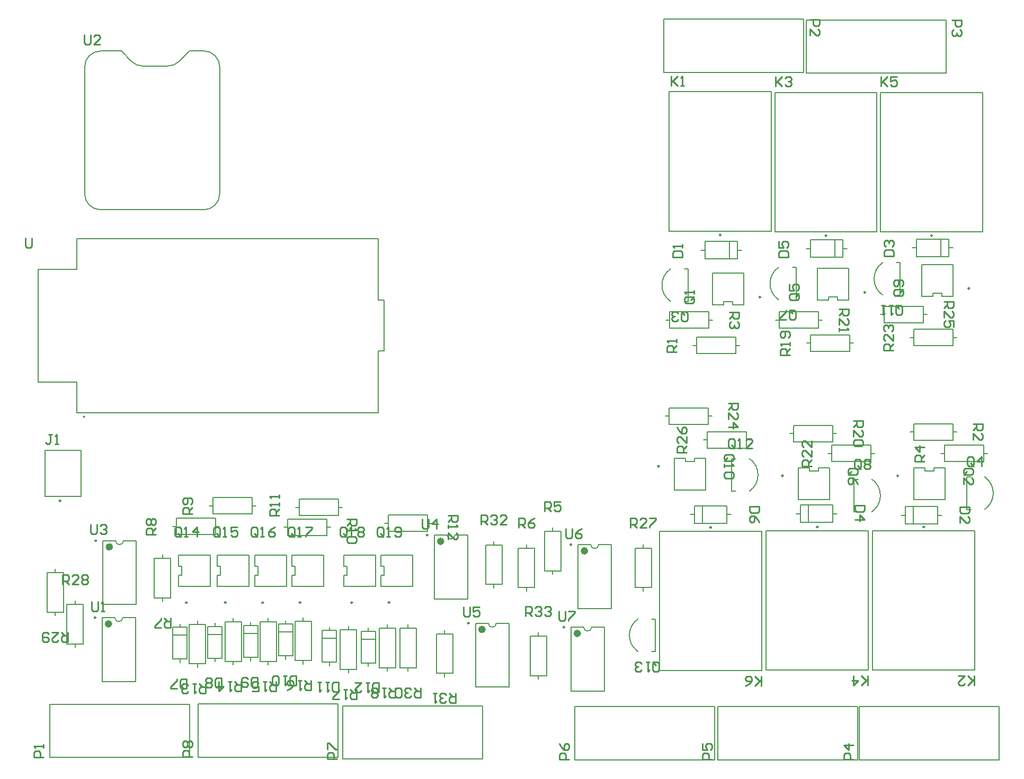
<source format=gbr>
G04*
G04 #@! TF.GenerationSoftware,Altium Limited,Altium Designer,24.5.2 (23)*
G04*
G04 Layer_Color=65535*
%FSLAX44Y44*%
%MOMM*%
G71*
G04*
G04 #@! TF.SameCoordinates,3DF9ACDB-7C99-40C3-A0CA-608631173261*
G04*
G04*
G04 #@! TF.FilePolarity,Positive*
G04*
G01*
G75*
%ADD10C,0.2000*%
%ADD11C,0.2500*%
%ADD12C,0.6000*%
%ADD13C,0.1270*%
%ADD14C,0.2540*%
D10*
X568860Y655670D02*
G03*
X568860Y655670I-1000J0D01*
G01*
X2007450Y507400D02*
G03*
X2007450Y559400I-17783J26000D01*
G01*
X1505380Y892140D02*
G03*
X1505380Y840140I17783J-26000D01*
G01*
X1827110Y503590D02*
G03*
X1827110Y555590I-17783J26000D01*
G01*
X1678100Y894680D02*
G03*
X1678100Y842680I17783J-26000D01*
G01*
X1631530Y536610D02*
G03*
X1631530Y588610I-17783J26000D01*
G01*
X1844460Y902300D02*
G03*
X1844460Y850300I17783J-26000D01*
G01*
X1453310Y332070D02*
G03*
X1453310Y280070I17783J-26000D01*
G01*
X617220Y334210D02*
G03*
X629920Y334210I6350J0D01*
G01*
X1214120Y325320D02*
G03*
X1226820Y325320I6350J0D01*
G01*
X1148080Y466290D02*
G03*
X1160780Y466290I6350J0D01*
G01*
X618490Y457400D02*
G03*
X631190Y457400I6350J0D01*
G01*
X1377950Y451050D02*
G03*
X1390650Y451050I6350J0D01*
G01*
X1366520Y318970D02*
G03*
X1379220Y318970I6350J0D01*
G01*
X1494950Y1291491D02*
X1718150D01*
X1494950Y1206490D02*
Y1291491D01*
Y1206490D02*
X1718150D01*
Y1291491D01*
X1722280Y1290221D02*
X1945480D01*
X1722280Y1205220D02*
Y1290221D01*
Y1205220D02*
X1945480D01*
Y1290221D01*
X1807370Y106779D02*
X2030570D01*
Y191780D01*
X1807370D02*
X2030570D01*
X1807370Y106779D02*
Y191780D01*
X1581310Y106779D02*
X1804510D01*
Y191780D01*
X1581310D02*
X1804510D01*
X1581310Y106779D02*
Y191780D01*
X981870Y108049D02*
X1205070D01*
Y193050D01*
X981870D02*
X1205070D01*
X981870Y108049D02*
Y193050D01*
X750730Y111169D02*
X973930D01*
Y196170D01*
X750730D02*
X973930D01*
X750730Y111169D02*
Y196170D01*
X513240Y110589D02*
X736440D01*
Y195590D01*
X513240D02*
X736440D01*
X513240Y110589D02*
Y195590D01*
X1352710Y106779D02*
X1575910D01*
Y191780D01*
X1352710D02*
X1575910D01*
X1352710Y106779D02*
Y191780D01*
X1511700Y589280D02*
X1529557D01*
Y584280D02*
Y589280D01*
Y584280D02*
X1543843D01*
Y589280D01*
X1561700D01*
Y538480D02*
Y589280D01*
X1511700Y538480D02*
X1561700D01*
X1511700D02*
Y589280D01*
X1937550Y596900D02*
X1943350D01*
X2006350D02*
X2012150D01*
X2006350Y583900D02*
Y609900D01*
X1943350D02*
X2006350D01*
X1943350Y583900D02*
Y609900D01*
Y583900D02*
X2006350D01*
X1979300Y507400D02*
Y559400D01*
Y507400D02*
X1985450D01*
X1979300Y559400D02*
X1985450D01*
X1604803Y834390D02*
X1622660D01*
X1604803D02*
Y839390D01*
X1590517D02*
X1604803D01*
X1590517Y834390D02*
Y839390D01*
X1572660Y834390D02*
X1590517D01*
X1572660D02*
Y885190D01*
X1622660D01*
Y834390D02*
Y885190D01*
X1533530Y840140D02*
Y892140D01*
X1527380D02*
X1533530D01*
X1527380Y840140D02*
X1533530D01*
X1566930Y810260D02*
X1572730D01*
X1498130D02*
X1503930D01*
Y797260D02*
Y823260D01*
Y797260D02*
X1566930D01*
Y823260D01*
X1503930D02*
X1566930D01*
X1893270Y484540D02*
Y511140D01*
X1932270Y497840D02*
X1938920D01*
X1873620D02*
X1880270D01*
Y483840D02*
Y511840D01*
Y483840D02*
X1932270D01*
Y511840D01*
X1880270D02*
X1932270D01*
X1599230Y908720D02*
Y935320D01*
X1553580Y922020D02*
X1560230D01*
X1612230D02*
X1618880D01*
X1612230Y908020D02*
Y936020D01*
X1560230D02*
X1612230D01*
X1560230Y908020D02*
Y936020D01*
Y908020D02*
X1612230D01*
X1893970Y574040D02*
X1911827D01*
Y569040D02*
Y574040D01*
Y569040D02*
X1926113D01*
Y574040D01*
X1943970D01*
Y523240D02*
Y574040D01*
X1893970Y523240D02*
X1943970D01*
X1893970D02*
Y574040D01*
X1541310Y769620D02*
X1547110D01*
X1610110D02*
X1615910D01*
X1610110Y756620D02*
Y782620D01*
X1547110D02*
X1610110D01*
X1547110Y756620D02*
Y782620D01*
Y756620D02*
X1610110D01*
X1956820Y631190D02*
X1962620D01*
X1888020D02*
X1893820D01*
Y618190D02*
Y644190D01*
Y618190D02*
X1956820D01*
Y644190D01*
X1893820D02*
X1956820D01*
X1828580Y473450D02*
X1991580D01*
X1828580Y250450D02*
Y473450D01*
Y250450D02*
X1991580D01*
Y473450D01*
X1503150Y952450D02*
X1666150D01*
Y1175450D01*
X1503150D02*
X1666150D01*
X1503150Y952450D02*
Y1175450D01*
X1658400Y473450D02*
X1821400D01*
X1658400Y250450D02*
Y473450D01*
Y250450D02*
X1821400D01*
Y473450D01*
X1672370Y951490D02*
X1835370D01*
Y1174490D01*
X1672370D02*
X1835370D01*
X1672370Y951490D02*
Y1174490D01*
X1725630Y487080D02*
Y513680D01*
X1764630Y500380D02*
X1771280D01*
X1705980D02*
X1712630D01*
Y486380D02*
Y514380D01*
Y486380D02*
X1764630D01*
Y514380D01*
X1712630D02*
X1764630D01*
X1765050Y628650D02*
X1770850D01*
X1696250D02*
X1702050D01*
Y615650D02*
Y641650D01*
Y615650D02*
X1765050D01*
Y641650D01*
X1702050D02*
X1765050D01*
X1937050Y912530D02*
Y939130D01*
X1891400Y925830D02*
X1898050D01*
X1950050D02*
X1956700D01*
X1950050Y911830D02*
Y939830D01*
X1898050D02*
X1950050D01*
X1898050Y911830D02*
Y939830D01*
Y911830D02*
X1950050D01*
X1722920Y773430D02*
X1728720D01*
X1791720D02*
X1797520D01*
X1791720Y760430D02*
Y786430D01*
X1728720D02*
X1791720D01*
X1728720Y760430D02*
Y786430D01*
Y760430D02*
X1791720D01*
X1709820Y574040D02*
X1727677D01*
Y569040D02*
Y574040D01*
Y569040D02*
X1741963D01*
Y574040D01*
X1759820D01*
Y523240D02*
Y574040D01*
X1709820Y523240D02*
X1759820D01*
X1709820D02*
Y574040D01*
X1772443Y842010D02*
X1790300D01*
X1772443D02*
Y847010D01*
X1758157D02*
X1772443D01*
X1758157Y842010D02*
Y847010D01*
X1740300Y842010D02*
X1758157D01*
X1740300D02*
Y892810D01*
X1790300D01*
Y842010D02*
Y892810D01*
X1757210Y596900D02*
X1763010D01*
X1826010D02*
X1831810D01*
X1826010Y583900D02*
Y609900D01*
X1763010D02*
X1826010D01*
X1763010Y583900D02*
Y609900D01*
Y583900D02*
X1826010D01*
X1742190Y810260D02*
X1747990D01*
X1673390D02*
X1679190D01*
Y797260D02*
Y823260D01*
Y797260D02*
X1742190D01*
Y823260D01*
X1679190D02*
X1742190D01*
X1798960Y503590D02*
Y555590D01*
Y503590D02*
X1805110D01*
X1798960Y555590D02*
X1805110D01*
X1706250Y842680D02*
Y894680D01*
X1700100D02*
X1706250D01*
X1700100Y842680D02*
X1706250D01*
X1487910Y472570D02*
X1650910D01*
X1487910Y249570D02*
Y472570D01*
Y249570D02*
X1650910D01*
Y472570D01*
X1841280Y951490D02*
X2004280D01*
Y1174490D01*
X1841280D02*
X2004280D01*
X1841280Y951490D02*
Y1174490D01*
X1556720Y485810D02*
Y512410D01*
X1595720Y499110D02*
X1602370D01*
X1537070D02*
X1543720D01*
Y485110D02*
Y513110D01*
Y485110D02*
X1595720D01*
Y513110D01*
X1543720D02*
X1595720D01*
X1565660Y656590D02*
X1571460D01*
X1496860D02*
X1502660D01*
Y643590D02*
Y669590D01*
Y643590D02*
X1565660D01*
Y669590D01*
X1502660D02*
X1565660D01*
X1768140Y911260D02*
Y937860D01*
X1722490Y924560D02*
X1729140D01*
X1781140D02*
X1787790D01*
X1781140Y910560D02*
Y938560D01*
X1729140D02*
X1781140D01*
X1729140Y910560D02*
Y938560D01*
Y910560D02*
X1781140D01*
X1888020Y782320D02*
X1893820D01*
X1956820D02*
X1962620D01*
X1956820Y769320D02*
Y795320D01*
X1893820D02*
X1956820D01*
X1893820Y769320D02*
Y795320D01*
Y769320D02*
X1956820D01*
X1938813Y848360D02*
X1956670D01*
X1938813D02*
Y853360D01*
X1924527D02*
X1938813D01*
X1924527Y848360D02*
Y853360D01*
X1906670Y848360D02*
X1924527D01*
X1906670D02*
Y899160D01*
X1956670D01*
Y848360D02*
Y899160D01*
X1557820Y618490D02*
X1563620D01*
X1626620D02*
X1632420D01*
X1626620Y605490D02*
Y631490D01*
X1563620D02*
X1626620D01*
X1563620Y605490D02*
Y631490D01*
Y605490D02*
X1626620D01*
X1909830Y819150D02*
X1915630D01*
X1841030D02*
X1846830D01*
Y806150D02*
Y832150D01*
Y806150D02*
X1909830D01*
Y832150D01*
X1846830D02*
X1909830D01*
X1603380Y536610D02*
Y588610D01*
Y536610D02*
X1609530D01*
X1603380Y588610D02*
X1609530D01*
X1872610Y850300D02*
Y902300D01*
X1866460D02*
X1872610D01*
X1866460Y850300D02*
X1872610D01*
X1461770Y445520D02*
Y451320D01*
Y376720D02*
Y382520D01*
X1448770D02*
X1474770D01*
Y445520D01*
X1448770D02*
X1474770D01*
X1448770Y382520D02*
Y445520D01*
X1481460Y280070D02*
Y332070D01*
X1475310D02*
X1481460D01*
X1475310Y280070D02*
X1481460D01*
X597070Y232210D02*
X650070D01*
X629920Y334210D02*
X650070D01*
X597070D02*
X617220D01*
X650070Y232210D02*
Y334210D01*
X597070Y232210D02*
Y334210D01*
X553720Y355350D02*
Y361150D01*
Y286550D02*
Y292350D01*
X540720D02*
X566720D01*
Y355350D01*
X540720D02*
X566720D01*
X540720Y292350D02*
Y355350D01*
X840740Y383940D02*
Y401797D01*
X845740D01*
Y416083D01*
X840740D02*
X845740D01*
X840740D02*
Y433940D01*
X891540D01*
Y383940D02*
Y433940D01*
X840740Y383940D02*
X891540D01*
X823640Y308610D02*
X845140D01*
X834390Y264960D02*
Y270510D01*
Y321310D02*
Y326860D01*
X822940Y321310D02*
X845840D01*
X822940Y270510D02*
Y321310D01*
Y270510D02*
X845840D01*
Y321310D01*
X781050Y383940D02*
Y401797D01*
X786050D01*
Y416083D01*
X781050D02*
X786050D01*
X781050D02*
Y433940D01*
X831850D01*
Y383940D02*
Y433940D01*
X781050Y383940D02*
X831850D01*
X766490Y307340D02*
X787990D01*
X777240Y263690D02*
Y269240D01*
Y320040D02*
Y325590D01*
X765790Y320040D02*
X788690D01*
X765790Y269240D02*
Y320040D01*
Y269240D02*
X788690D01*
Y320040D01*
X718820Y383940D02*
Y401797D01*
X723820D01*
Y416083D01*
X718820D02*
X723820D01*
X718820D02*
Y433940D01*
X769620D01*
Y383940D02*
Y433940D01*
X718820Y383940D02*
X769620D01*
X710610Y306070D02*
X732110D01*
X721360Y262420D02*
Y267970D01*
Y318770D02*
Y324320D01*
X709910Y318770D02*
X732810D01*
X709910Y267970D02*
Y318770D01*
Y267970D02*
X732810D01*
Y318770D01*
X1042670Y383940D02*
Y401797D01*
X1047670D01*
Y416083D01*
X1042670D02*
X1047670D01*
X1042670D02*
Y433940D01*
X1093470D01*
Y383940D02*
Y433940D01*
X1042670Y383940D02*
X1093470D01*
X1011600Y299720D02*
X1033100D01*
X1022350Y256070D02*
Y261620D01*
Y312420D02*
Y317970D01*
X1010900Y312420D02*
X1033800D01*
X1010900Y261620D02*
Y312420D01*
Y261620D02*
X1033800D01*
Y312420D01*
X982980Y383940D02*
Y401797D01*
X987980D01*
Y416083D01*
X982980D02*
X987980D01*
X982980D02*
Y433940D01*
X1033780D01*
Y383940D02*
Y433940D01*
X982980Y383940D02*
X1033780D01*
X949370Y300990D02*
X970870D01*
X960120Y257340D02*
Y262890D01*
Y313690D02*
Y319240D01*
X948670Y313690D02*
X971570D01*
X948670Y262890D02*
Y313690D01*
Y262890D02*
X971570D01*
Y313690D01*
X900430Y383940D02*
Y401797D01*
X905430D01*
Y416083D01*
X900430D02*
X905430D01*
X900430D02*
Y433940D01*
X951230D01*
Y383940D02*
Y433940D01*
X900430Y383940D02*
X951230D01*
X879520Y311150D02*
X901020D01*
X890270Y267500D02*
Y273050D01*
Y323850D02*
Y329400D01*
X878820Y323850D02*
X901720D01*
X878820Y273050D02*
Y323850D01*
Y273050D02*
X901720D01*
Y323850D01*
X1144270Y239560D02*
Y245360D01*
Y308360D02*
Y314160D01*
X1131270Y308360D02*
X1157270D01*
X1131270Y245360D02*
Y308360D01*
Y245360D02*
X1157270D01*
Y308360D01*
X1085850Y248450D02*
Y254250D01*
Y317250D02*
Y323050D01*
X1072850Y317250D02*
X1098850D01*
X1072850Y254250D02*
Y317250D01*
Y254250D02*
X1098850D01*
Y317250D01*
X521970Y337350D02*
Y343150D01*
Y406150D02*
Y411950D01*
X508970Y406150D02*
X534970D01*
X508970Y343150D02*
Y406150D01*
Y343150D02*
X534970D01*
Y406150D01*
X1294130Y304550D02*
Y310350D01*
Y235750D02*
Y241550D01*
X1281130D02*
X1307130D01*
Y304550D01*
X1281130D02*
X1307130D01*
X1281130Y241550D02*
Y304550D01*
X1223010Y450600D02*
Y456400D01*
Y381800D02*
Y387600D01*
X1210010D02*
X1236010D01*
Y450600D01*
X1210010D02*
X1236010D01*
X1210010Y387600D02*
Y450600D01*
X1193970Y223320D02*
X1246970D01*
X1226820Y325320D02*
X1246970D01*
X1193970D02*
X1214120D01*
X1246970Y223320D02*
Y325320D01*
X1193970Y223320D02*
Y325320D01*
X1127930Y364290D02*
X1180930D01*
X1160780Y466290D02*
X1180930D01*
X1127930D02*
X1148080D01*
X1180930Y364290D02*
Y466290D01*
X1127930Y364290D02*
Y466290D01*
X598340Y355400D02*
X651340D01*
X631190Y457400D02*
X651340D01*
X598340D02*
X618490D01*
X651340Y355400D02*
Y457400D01*
X598340Y355400D02*
Y457400D01*
X862330Y258610D02*
Y264410D01*
Y327410D02*
Y333210D01*
X849330Y327410D02*
X875330D01*
X849330Y264410D02*
Y327410D01*
Y264410D02*
X875330D01*
Y327410D01*
X806450Y258610D02*
Y264410D01*
Y327410D02*
Y333210D01*
X793450Y327410D02*
X819450D01*
X793450Y264410D02*
Y327410D01*
Y264410D02*
X819450D01*
Y327410D01*
X749300Y254800D02*
Y260600D01*
Y323600D02*
Y329400D01*
X736300Y323600D02*
X762300D01*
X736300Y260600D02*
Y323600D01*
Y260600D02*
X762300D01*
Y323600D01*
X1052830Y248450D02*
Y254250D01*
Y317250D02*
Y323050D01*
X1039830Y317250D02*
X1065830D01*
X1039830Y254250D02*
Y317250D01*
Y254250D02*
X1065830D01*
Y317250D01*
X990600Y245910D02*
Y251710D01*
Y314710D02*
Y320510D01*
X977600Y314710D02*
X1003600D01*
X977600Y251710D02*
Y314710D01*
Y251710D02*
X1003600D01*
Y314710D01*
X918210Y259880D02*
Y265680D01*
Y328680D02*
Y334480D01*
X905210Y328680D02*
X931210D01*
X905210Y265680D02*
Y328680D01*
Y265680D02*
X931210D01*
Y328680D01*
X1357800Y349050D02*
X1410800D01*
X1390650Y451050D02*
X1410800D01*
X1357800D02*
X1377950D01*
X1410800Y349050D02*
Y451050D01*
X1357800Y349050D02*
Y451050D01*
X1316990Y472190D02*
Y477990D01*
Y403390D02*
Y409190D01*
X1303990D02*
X1329990D01*
Y472190D01*
X1303990D02*
X1329990D01*
X1303990Y409190D02*
Y472190D01*
X1346370Y216970D02*
X1399370D01*
X1379220Y318970D02*
X1399370D01*
X1346370D02*
X1366520D01*
X1399370Y216970D02*
Y318970D01*
X1346370Y216970D02*
Y318970D01*
X1275080Y445520D02*
Y451320D01*
Y376720D02*
Y382520D01*
X1262080D02*
X1288080D01*
Y445520D01*
X1262080D02*
X1288080D01*
X1262080Y382520D02*
Y445520D01*
X767880Y513080D02*
X773680D01*
X836680D02*
X842480D01*
X836680Y500080D02*
Y526080D01*
X773680D02*
X836680D01*
X773680Y500080D02*
Y526080D01*
Y500080D02*
X836680D01*
X709460Y480060D02*
X715260D01*
X778260D02*
X784060D01*
X778260Y467060D02*
Y493060D01*
X715260D02*
X778260D01*
X715260Y467060D02*
Y493060D01*
Y467060D02*
X778260D01*
X693420Y360210D02*
Y366010D01*
Y429010D02*
Y434810D01*
X680420Y429010D02*
X706420D01*
X680420Y366010D02*
Y429010D01*
Y366010D02*
X706420D01*
Y429010D01*
X1117350Y485140D02*
X1123150D01*
X1048550D02*
X1054350D01*
Y472140D02*
Y498140D01*
Y472140D02*
X1117350D01*
Y498140D01*
X1054350D02*
X1117350D01*
X906310Y510540D02*
X912110D01*
X975110D02*
X980910D01*
X975110Y497540D02*
Y523540D01*
X912110D02*
X975110D01*
X912110Y497540D02*
Y523540D01*
Y497540D02*
X975110D01*
X956060Y478790D02*
X961860D01*
X887260D02*
X893060D01*
Y465790D02*
Y491790D01*
Y465790D02*
X956060D01*
Y491790D01*
X893060D02*
X956060D01*
X505920Y528150D02*
X563420D01*
Y602150D01*
X505920D02*
X563420D01*
X505920Y528150D02*
Y602150D01*
D11*
X1487450Y576580D02*
G03*
X1487450Y576580I-1250J0D01*
G01*
X1649410Y847090D02*
G03*
X1649410Y847090I-1250J0D01*
G01*
X1869720Y561340D02*
G03*
X1869720Y561340I-1250J0D01*
G01*
X1911330Y479450D02*
G03*
X1911330Y479450I-1250J0D01*
G01*
X1585900Y946450D02*
G03*
X1585900Y946450I-1250J0D01*
G01*
X1741150Y479450D02*
G03*
X1741150Y479450I-1250J0D01*
G01*
X1755120Y945490D02*
G03*
X1755120Y945490I-1250J0D01*
G01*
X1685570Y561340D02*
G03*
X1685570Y561340I-1250J0D01*
G01*
X1817050Y854710D02*
G03*
X1817050Y854710I-1250J0D01*
G01*
X1570660Y478570D02*
G03*
X1570660Y478570I-1250J0D01*
G01*
X1924030Y945490D02*
G03*
X1924030Y945490I-1250J0D01*
G01*
X1983420Y861060D02*
G03*
X1983420Y861060I-1250J0D01*
G01*
X586720Y334310D02*
G03*
X586720Y334310I-1250J0D01*
G01*
X854690Y358440D02*
G03*
X854690Y358440I-1250J0D01*
G01*
X795000D02*
G03*
X795000Y358440I-1250J0D01*
G01*
X732770D02*
G03*
X732770Y358440I-1250J0D01*
G01*
X1056620D02*
G03*
X1056620Y358440I-1250J0D01*
G01*
X996930D02*
G03*
X996930Y358440I-1250J0D01*
G01*
X914380D02*
G03*
X914380Y358440I-1250J0D01*
G01*
X1183620Y325420D02*
G03*
X1183620Y325420I-1250J0D01*
G01*
X1117580Y466390D02*
G03*
X1117580Y466390I-1250J0D01*
G01*
X587990Y457500D02*
G03*
X587990Y457500I-1250J0D01*
G01*
X1347450Y451150D02*
G03*
X1347450Y451150I-1250J0D01*
G01*
X1336020Y319070D02*
G03*
X1336020Y319070I-1250J0D01*
G01*
X530670Y521400D02*
G03*
X530670Y521400I-1250J0D01*
G01*
D12*
X610070Y324210D02*
G03*
X610070Y324210I-3000J0D01*
G01*
X1206970Y315320D02*
G03*
X1206970Y315320I-3000J0D01*
G01*
X1140930Y456290D02*
G03*
X1140930Y456290I-3000J0D01*
G01*
X611340Y447400D02*
G03*
X611340Y447400I-3000J0D01*
G01*
X1370800Y441050D02*
G03*
X1370800Y441050I-3000J0D01*
G01*
X1359370Y308970D02*
G03*
X1359370Y308970I-3000J0D01*
G01*
D13*
X784860Y1215390D02*
G03*
X759460Y1240790I-25400J0D01*
G01*
Y986790D02*
G03*
X784860Y1012190I0J25400D01*
G01*
X568960D02*
G03*
X594360Y986790I25400J0D01*
G01*
Y1240790D02*
G03*
X568960Y1215390I0J-25400D01*
G01*
X644071Y1224100D02*
G03*
X662032Y1216660I17961J17961D01*
G01*
X701948D02*
G03*
X719909Y1224100I0J25400D01*
G01*
X556560Y661870D02*
X1038560D01*
X556560Y940870D02*
X1038560D01*
X556560Y891370D02*
Y940870D01*
Y661870D02*
Y711370D01*
X494560D02*
X556560D01*
X494560D02*
Y891370D01*
X556560D01*
X1038560Y661870D02*
Y760670D01*
X1047560D01*
Y841970D01*
X1038560D02*
X1047560D01*
X1038560D02*
Y940870D01*
X736600Y1240790D02*
X759460D01*
X784860Y1012190D02*
Y1215390D01*
X594360Y986790D02*
X759460D01*
X568960Y1012190D02*
Y1215390D01*
X594360Y1240790D02*
X627380D01*
X644070Y1224100D01*
X662031Y1216660D02*
X701949D01*
X719910Y1224100D02*
X736600Y1240790D01*
D14*
X740791Y111379D02*
X725556D01*
Y118996D01*
X728095Y121536D01*
X733174D01*
X735713Y118996D01*
Y111379D01*
X728095Y126614D02*
X725556Y129153D01*
Y134232D01*
X728095Y136771D01*
X730634D01*
X733174Y134232D01*
X735713Y136771D01*
X738252D01*
X740791Y134232D01*
Y129153D01*
X738252Y126614D01*
X735713D01*
X733174Y129153D01*
X730634Y126614D01*
X728095D01*
X733174Y129153D02*
Y134232D01*
X971931Y108259D02*
X956696D01*
Y115877D01*
X959235Y118416D01*
X964313D01*
X966853Y115877D01*
Y108259D01*
X956696Y123494D02*
Y133651D01*
X959235D01*
X969392Y123494D01*
X971931D01*
X1571371Y106989D02*
X1556136D01*
Y114607D01*
X1558675Y117146D01*
X1563753D01*
X1566293Y114607D01*
Y106989D01*
X1556136Y132381D02*
Y122224D01*
X1563753D01*
X1561214Y127303D01*
Y129842D01*
X1563753Y132381D01*
X1568832D01*
X1571371Y129842D01*
Y124763D01*
X1568832Y122224D01*
X1797431Y106989D02*
X1782196D01*
Y114607D01*
X1784735Y117146D01*
X1789813D01*
X1792353Y114607D01*
Y106989D01*
X1797431Y129842D02*
X1782196D01*
X1789813Y122224D01*
Y132381D01*
X1955419Y1290011D02*
X1970654D01*
Y1282393D01*
X1968115Y1279854D01*
X1963037D01*
X1960497Y1282393D01*
Y1290011D01*
X1968115Y1274776D02*
X1970654Y1272237D01*
Y1267158D01*
X1968115Y1264619D01*
X1965576D01*
X1963037Y1267158D01*
Y1269697D01*
Y1267158D01*
X1960497Y1264619D01*
X1957958D01*
X1955419Y1267158D01*
Y1272237D01*
X1957958Y1274776D01*
X1728089Y1291281D02*
X1743324D01*
Y1283663D01*
X1740785Y1281124D01*
X1735707D01*
X1733167Y1283663D01*
Y1291281D01*
X1728089Y1265889D02*
Y1276046D01*
X1738246Y1265889D01*
X1740785D01*
X1743324Y1268428D01*
Y1273507D01*
X1740785Y1276046D01*
X503301Y110799D02*
X488066D01*
Y118417D01*
X490605Y120956D01*
X495683D01*
X498223Y118417D01*
Y110799D01*
X503301Y126034D02*
Y131113D01*
Y128573D01*
X488066D01*
X490605Y126034D01*
X1342771Y106989D02*
X1327536D01*
Y114607D01*
X1330075Y117146D01*
X1335153D01*
X1337693Y114607D01*
Y106989D01*
X1327536Y132381D02*
X1330075Y127303D01*
X1335153Y122224D01*
X1340232D01*
X1342771Y124763D01*
Y129842D01*
X1340232Y132381D01*
X1337693D01*
X1335153Y129842D01*
Y122224D01*
X1108329Y491866D02*
Y479170D01*
X1110868Y476631D01*
X1115947D01*
X1118486Y479170D01*
Y491866D01*
X1131182Y476631D02*
Y491866D01*
X1123564Y484249D01*
X1133721D01*
X578739Y482976D02*
Y470280D01*
X581278Y467741D01*
X586357D01*
X588896Y470280D01*
Y482976D01*
X593974Y480437D02*
X596513Y482976D01*
X601592D01*
X604131Y480437D01*
Y477898D01*
X601592Y475359D01*
X599052D01*
X601592D01*
X604131Y472819D01*
Y470280D01*
X601592Y467741D01*
X596513D01*
X593974Y470280D01*
X580008Y359786D02*
Y347090D01*
X582547Y344551D01*
X587626D01*
X590165Y347090D01*
Y359786D01*
X595243Y344551D02*
X600322D01*
X597782D01*
Y359786D01*
X595243Y357247D01*
X1174369Y350896D02*
Y338200D01*
X1176908Y335661D01*
X1181986D01*
X1184526Y338200D01*
Y350896D01*
X1199761D02*
X1189604D01*
Y343279D01*
X1194682Y345818D01*
X1197222D01*
X1199761Y343279D01*
Y338200D01*
X1197222Y335661D01*
X1192143D01*
X1189604Y338200D01*
X1696339Y754509D02*
X1681104D01*
Y762127D01*
X1683643Y764666D01*
X1688721D01*
X1691261Y762127D01*
Y754509D01*
Y759587D02*
X1696339Y764666D01*
Y769744D02*
Y774822D01*
Y772283D01*
X1681104D01*
X1683643Y769744D01*
X1693800Y782440D02*
X1696339Y784979D01*
Y790058D01*
X1693800Y792597D01*
X1683643D01*
X1681104Y790058D01*
Y784979D01*
X1683643Y782440D01*
X1686182D01*
X1688721Y784979D01*
Y792597D01*
X1942211Y839341D02*
X1957446D01*
Y831723D01*
X1954907Y829184D01*
X1949829D01*
X1947289Y831723D01*
Y839341D01*
Y834262D02*
X1942211Y829184D01*
Y813949D02*
Y824105D01*
X1952368Y813949D01*
X1954907D01*
X1957446Y816488D01*
Y821566D01*
X1954907Y824105D01*
X1957446Y798714D02*
Y808870D01*
X1949829D01*
X1952368Y803792D01*
Y801253D01*
X1949829Y798714D01*
X1944750D01*
X1942211Y801253D01*
Y806331D01*
X1944750Y808870D01*
X1531239Y598299D02*
X1516004D01*
Y605917D01*
X1518543Y608456D01*
X1523621D01*
X1526161Y605917D01*
Y598299D01*
Y603378D02*
X1531239Y608456D01*
Y623691D02*
Y613535D01*
X1521082Y623691D01*
X1518543D01*
X1516004Y621152D01*
Y616074D01*
X1518543Y613535D01*
X1516004Y638926D02*
X1518543Y633848D01*
X1523621Y628770D01*
X1528700D01*
X1531239Y631309D01*
Y636387D01*
X1528700Y638926D01*
X1526161D01*
X1523621Y636387D01*
Y628770D01*
X1989201Y643763D02*
X2004436D01*
Y636146D01*
X2001897Y633606D01*
X1996819D01*
X1994279Y636146D01*
Y643763D01*
Y638685D02*
X1989201Y633606D01*
Y618371D02*
Y628528D01*
X1999358Y618371D01*
X2001897D01*
X2004436Y620910D01*
Y625989D01*
X2001897Y628528D01*
X1273940Y336931D02*
Y352166D01*
X1281557D01*
X1284096Y349627D01*
Y344548D01*
X1281557Y342009D01*
X1273940D01*
X1279018D02*
X1284096Y336931D01*
X1289174Y349627D02*
X1291714Y352166D01*
X1296792D01*
X1299331Y349627D01*
Y347088D01*
X1296792Y344548D01*
X1294253D01*
X1296792D01*
X1299331Y342009D01*
Y339470D01*
X1296792Y336931D01*
X1291714D01*
X1289174Y339470D01*
X1304410Y349627D02*
X1306949Y352166D01*
X1312027D01*
X1314566Y349627D01*
Y347088D01*
X1312027Y344548D01*
X1309488D01*
X1312027D01*
X1314566Y342009D01*
Y339470D01*
X1312027Y336931D01*
X1306949D01*
X1304410Y339470D01*
X1106040Y221869D02*
Y206634D01*
X1098423D01*
X1095884Y209173D01*
Y214251D01*
X1098423Y216791D01*
X1106040D01*
X1100962D02*
X1095884Y221869D01*
X1090806Y209173D02*
X1088266Y206634D01*
X1083188D01*
X1080649Y209173D01*
Y211712D01*
X1083188Y214251D01*
X1085727D01*
X1083188D01*
X1080649Y216791D01*
Y219330D01*
X1083188Y221869D01*
X1088266D01*
X1090806Y219330D01*
X1075570Y209173D02*
X1073031Y206634D01*
X1067953D01*
X1065414Y209173D01*
Y219330D01*
X1067953Y221869D01*
X1073031D01*
X1075570Y219330D01*
Y209173D01*
X1161921Y212979D02*
Y197744D01*
X1154304D01*
X1151765Y200283D01*
Y205361D01*
X1154304Y207901D01*
X1161921D01*
X1156843D02*
X1151765Y212979D01*
X1146686Y200283D02*
X1144147Y197744D01*
X1139069D01*
X1136530Y200283D01*
Y202822D01*
X1139069Y205361D01*
X1141608D01*
X1139069D01*
X1136530Y207901D01*
Y210440D01*
X1139069Y212979D01*
X1144147D01*
X1146686Y210440D01*
X1131451Y212979D02*
X1126373D01*
X1128912D01*
Y197744D01*
X1131451Y200283D01*
X1202820Y482981D02*
Y498216D01*
X1210437D01*
X1212976Y495677D01*
Y490598D01*
X1210437Y488059D01*
X1202820D01*
X1207898D02*
X1212976Y482981D01*
X1218055Y495677D02*
X1220594Y498216D01*
X1225672D01*
X1228211Y495677D01*
Y493138D01*
X1225672Y490598D01*
X1223133D01*
X1225672D01*
X1228211Y488059D01*
Y485520D01*
X1225672Y482981D01*
X1220594D01*
X1218055Y485520D01*
X1243446Y482981D02*
X1233290D01*
X1243446Y493138D01*
Y495677D01*
X1240907Y498216D01*
X1235829D01*
X1233290Y495677D01*
X542160Y310769D02*
Y295534D01*
X534543D01*
X532004Y298073D01*
Y303151D01*
X534543Y305691D01*
X542160D01*
X537082D02*
X532004Y310769D01*
X516769D02*
X526926D01*
X516769Y300612D01*
Y298073D01*
X519308Y295534D01*
X524386D01*
X526926Y298073D01*
X511690Y308230D02*
X509151Y310769D01*
X504073D01*
X501534Y308230D01*
Y298073D01*
X504073Y295534D01*
X509151D01*
X511690Y298073D01*
Y300612D01*
X509151Y303151D01*
X501534D01*
X1730629Y576710D02*
X1715394D01*
Y584327D01*
X1717933Y586866D01*
X1723011D01*
X1725551Y584327D01*
Y576710D01*
Y581788D02*
X1730629Y586866D01*
Y602101D02*
Y591945D01*
X1720472Y602101D01*
X1717933D01*
X1715394Y599562D01*
Y594484D01*
X1717933Y591945D01*
X1730629Y617336D02*
Y607180D01*
X1720472Y617336D01*
X1717933D01*
X1715394Y614797D01*
Y609719D01*
X1717933Y607180D01*
X1910969Y584327D02*
X1895734D01*
Y591945D01*
X1898273Y594484D01*
X1903351D01*
X1905891Y591945D01*
Y584327D01*
Y589405D02*
X1910969Y594484D01*
Y607180D02*
X1895734D01*
X1903351Y599562D01*
Y609719D01*
X533530Y387731D02*
Y402966D01*
X541147D01*
X543686Y400427D01*
Y395349D01*
X541147Y392809D01*
X533530D01*
X538608D02*
X543686Y387731D01*
X558921D02*
X548764D01*
X558921Y397888D01*
Y400427D01*
X556382Y402966D01*
X551304D01*
X548764Y400427D01*
X564000D02*
X566539Y402966D01*
X571617D01*
X574156Y400427D01*
Y397888D01*
X571617Y395349D01*
X574156Y392809D01*
Y390270D01*
X571617Y387731D01*
X566539D01*
X564000Y390270D01*
Y392809D01*
X566539Y395349D01*
X564000Y397888D01*
Y400427D01*
X566539Y395349D02*
X571617D01*
X1598041Y676780D02*
X1613276D01*
Y669163D01*
X1610737Y666624D01*
X1605659D01*
X1603119Y669163D01*
Y676780D01*
Y671702D02*
X1598041Y666624D01*
Y651389D02*
Y661545D01*
X1608198Y651389D01*
X1610737D01*
X1613276Y653928D01*
Y659006D01*
X1610737Y661545D01*
X1598041Y638693D02*
X1613276D01*
X1605659Y646310D01*
Y636154D01*
X1774571Y827911D02*
X1789806D01*
Y820294D01*
X1787267Y817755D01*
X1782189D01*
X1779649Y820294D01*
Y827911D01*
Y822833D02*
X1774571Y817755D01*
Y802520D02*
Y812676D01*
X1784728Y802520D01*
X1787267D01*
X1789806Y805059D01*
Y810137D01*
X1787267Y812676D01*
X1774571Y797441D02*
Y792363D01*
Y794902D01*
X1789806D01*
X1787267Y797441D01*
X1797431Y648840D02*
X1812666D01*
Y641223D01*
X1810127Y638684D01*
X1805049D01*
X1802509Y641223D01*
Y648840D01*
Y643762D02*
X1797431Y638684D01*
Y623449D02*
Y633605D01*
X1807588Y623449D01*
X1810127D01*
X1812666Y625988D01*
Y631066D01*
X1810127Y633605D01*
Y618370D02*
X1812666Y615831D01*
Y610753D01*
X1810127Y608214D01*
X1799970D01*
X1797431Y610753D01*
Y615831D01*
X1799970Y618370D01*
X1810127D01*
X1441579Y477901D02*
Y493136D01*
X1449197D01*
X1451736Y490597D01*
Y485518D01*
X1449197Y482979D01*
X1441579D01*
X1446658D02*
X1451736Y477901D01*
X1466971D02*
X1456815D01*
X1466971Y488058D01*
Y490597D01*
X1464432Y493136D01*
X1459354D01*
X1456815Y490597D01*
X1472050Y493136D02*
X1482206D01*
Y490597D01*
X1472050Y480440D01*
Y477901D01*
X1861439Y762130D02*
X1846204D01*
Y769747D01*
X1848743Y772286D01*
X1853822D01*
X1856361Y769747D01*
Y762130D01*
Y767208D02*
X1861439Y772286D01*
Y787521D02*
Y777365D01*
X1851282Y787521D01*
X1848743D01*
X1846204Y784982D01*
Y779904D01*
X1848743Y777365D01*
Y792600D02*
X1846204Y795139D01*
Y800217D01*
X1848743Y802756D01*
X1851282D01*
X1853822Y800217D01*
Y797678D01*
Y800217D01*
X1856361Y802756D01*
X1858900D01*
X1861439Y800217D01*
Y795139D01*
X1858900Y792600D01*
X1599311Y822833D02*
X1614546D01*
Y815216D01*
X1612007Y812676D01*
X1606929D01*
X1604389Y815216D01*
Y822833D01*
Y817755D02*
X1599311Y812676D01*
X1612007Y807598D02*
X1614546Y805059D01*
Y799980D01*
X1612007Y797441D01*
X1609468D01*
X1606929Y799980D01*
Y802520D01*
Y799980D01*
X1604389Y797441D01*
X1601850D01*
X1599311Y799980D01*
Y805059D01*
X1601850Y807598D01*
X1514729Y759586D02*
X1499494D01*
Y767204D01*
X1502033Y769743D01*
X1507112D01*
X1509651Y767204D01*
Y759586D01*
Y764665D02*
X1514729Y769743D01*
Y774821D02*
Y779900D01*
Y777360D01*
X1499494D01*
X1502033Y774821D01*
X1695590Y823342D02*
Y813185D01*
X1698129Y810646D01*
X1703208D01*
X1705747Y813185D01*
Y823342D01*
X1703208Y825881D01*
X1698129D01*
X1700669Y820803D02*
X1695590Y825881D01*
X1698129D02*
X1695590Y823342D01*
X1690512Y810646D02*
X1680355D01*
Y813185D01*
X1690512Y823342D01*
Y825881D01*
X904874Y465962D02*
Y476119D01*
X902335Y478658D01*
X897256D01*
X894717Y476119D01*
Y465962D01*
X897256Y463423D01*
X902335D01*
X899795Y468501D02*
X904874Y463423D01*
X902335D02*
X904874Y465962D01*
X909952Y463423D02*
X915031D01*
X912491D01*
Y478658D01*
X909952Y476119D01*
X922648Y478658D02*
X932805D01*
Y476119D01*
X922648Y465962D01*
Y463423D01*
X1975992Y563248D02*
X1986149D01*
X1988688Y565788D01*
Y570866D01*
X1986149Y573405D01*
X1975992D01*
X1973453Y570866D01*
Y565788D01*
X1978531Y568327D02*
X1973453Y563248D01*
Y565788D02*
X1975992Y563248D01*
X1973453Y548013D02*
Y558170D01*
X1983610Y548013D01*
X1986149D01*
X1988688Y550552D01*
Y555631D01*
X1986149Y558170D01*
X1607692Y607948D02*
Y618105D01*
X1605153Y620644D01*
X1600074D01*
X1597535Y618105D01*
Y607948D01*
X1600074Y605409D01*
X1605153D01*
X1602613Y610487D02*
X1607692Y605409D01*
X1605153D02*
X1607692Y607948D01*
X1612770Y605409D02*
X1617849D01*
X1615309D01*
Y620644D01*
X1612770Y618105D01*
X1635623Y605409D02*
X1625466D01*
X1635623Y615566D01*
Y618105D01*
X1633084Y620644D01*
X1628005D01*
X1625466Y618105D01*
X987424Y465962D02*
Y476119D01*
X984885Y478658D01*
X979806D01*
X977267Y476119D01*
Y465962D01*
X979806Y463423D01*
X984885D01*
X982345Y468501D02*
X987424Y463423D01*
X984885D02*
X987424Y465962D01*
X992502Y463423D02*
X997580D01*
X995041D01*
Y478658D01*
X992502Y476119D01*
X1005198D02*
X1007737Y478658D01*
X1012816D01*
X1015355Y476119D01*
Y473580D01*
X1012816Y471040D01*
X1015355Y468501D01*
Y465962D01*
X1012816Y463423D01*
X1007737D01*
X1005198Y465962D01*
Y468501D01*
X1007737Y471040D01*
X1005198Y473580D01*
Y476119D01*
X1007737Y471040D02*
X1012816D01*
X785494Y465962D02*
Y476119D01*
X782955Y478658D01*
X777876D01*
X775337Y476119D01*
Y465962D01*
X777876Y463423D01*
X782955D01*
X780415Y468501D02*
X785494Y463423D01*
X782955D02*
X785494Y465962D01*
X790572Y463423D02*
X795650D01*
X793111D01*
Y478658D01*
X790572Y476119D01*
X813425Y478658D02*
X803268D01*
Y471040D01*
X808346Y473580D01*
X810886D01*
X813425Y471040D01*
Y465962D01*
X810886Y463423D01*
X805807D01*
X803268Y465962D01*
X723264D02*
Y476119D01*
X720725Y478658D01*
X715646D01*
X713107Y476119D01*
Y465962D01*
X715646Y463423D01*
X720725D01*
X718185Y468501D02*
X723264Y463423D01*
X720725D02*
X723264Y465962D01*
X728342Y463423D02*
X733420D01*
X730881D01*
Y478658D01*
X728342Y476119D01*
X748656Y463423D02*
Y478658D01*
X741038Y471040D01*
X751195D01*
X845184Y465962D02*
Y476119D01*
X842645Y478658D01*
X837566D01*
X835027Y476119D01*
Y465962D01*
X837566Y463423D01*
X842645D01*
X840105Y468501D02*
X845184Y463423D01*
X842645D02*
X845184Y465962D01*
X850262Y463423D02*
X855340D01*
X852801D01*
Y478658D01*
X850262Y476119D01*
X873115Y478658D02*
X868036Y476119D01*
X862958Y471040D01*
Y465962D01*
X865497Y463423D01*
X870576D01*
X873115Y465962D01*
Y468501D01*
X870576Y471040D01*
X862958D01*
X1047114Y465962D02*
Y476119D01*
X1044575Y478658D01*
X1039496D01*
X1036957Y476119D01*
Y465962D01*
X1039496Y463423D01*
X1044575D01*
X1042035Y468501D02*
X1047114Y463423D01*
X1044575D02*
X1047114Y465962D01*
X1052192Y463423D02*
X1057271D01*
X1054731D01*
Y478658D01*
X1052192Y476119D01*
X1064888Y465962D02*
X1067427Y463423D01*
X1072506D01*
X1075045Y465962D01*
Y476119D01*
X1072506Y478658D01*
X1067427D01*
X1064888Y476119D01*
Y473580D01*
X1067427Y471040D01*
X1075045D01*
X1865759Y830962D02*
Y820805D01*
X1868298Y818266D01*
X1873377D01*
X1875916Y820805D01*
Y830962D01*
X1873377Y833501D01*
X1868298D01*
X1870837Y828423D02*
X1865759Y833501D01*
X1868298D02*
X1865759Y830962D01*
X1860681Y833501D02*
X1855602D01*
X1858141D01*
Y818266D01*
X1860681Y820805D01*
X1847985Y833501D02*
X1842906D01*
X1845446D01*
Y818266D01*
X1847985Y820805D01*
X1593722Y584836D02*
X1603879D01*
X1606418Y587375D01*
Y592454D01*
X1603879Y594993D01*
X1593722D01*
X1591183Y592454D01*
Y587375D01*
X1596261Y589915D02*
X1591183Y584836D01*
Y587375D02*
X1593722Y584836D01*
X1591183Y579758D02*
Y574679D01*
Y577219D01*
X1606418D01*
X1603879Y579758D01*
Y567062D02*
X1606418Y564523D01*
Y559444D01*
X1603879Y556905D01*
X1593722D01*
X1591183Y559444D01*
Y564523D01*
X1593722Y567062D01*
X1603879D01*
X1540638Y847721D02*
X1530481D01*
X1527942Y845182D01*
Y840103D01*
X1530481Y837564D01*
X1540638D01*
X1543177Y840103D01*
Y845182D01*
X1538099Y842643D02*
X1543177Y847721D01*
Y845182D02*
X1540638Y847721D01*
X1543177Y852799D02*
Y857878D01*
Y855338D01*
X1527942D01*
X1530481Y852799D01*
X1989960Y578738D02*
Y588895D01*
X1987421Y591434D01*
X1982342D01*
X1979803Y588895D01*
Y578738D01*
X1982342Y576199D01*
X1987421D01*
X1984881Y581277D02*
X1989960Y576199D01*
X1987421D02*
X1989960Y578738D01*
X2002656Y576199D02*
Y591434D01*
X1995038Y583816D01*
X2005195D01*
X1522870Y820802D02*
Y810645D01*
X1525410Y808106D01*
X1530488D01*
X1533027Y810645D01*
Y820802D01*
X1530488Y823341D01*
X1525410D01*
X1527949Y818263D02*
X1522870Y823341D01*
X1525410D02*
X1522870Y820802D01*
X1517792Y810645D02*
X1515253Y808106D01*
X1510174D01*
X1507635Y810645D01*
Y813184D01*
X1510174Y815723D01*
X1512714D01*
X1510174D01*
X1507635Y818263D01*
Y820802D01*
X1510174Y823341D01*
X1515253D01*
X1517792Y820802D01*
X1477148Y260732D02*
Y250575D01*
X1479687Y248036D01*
X1484766D01*
X1487305Y250575D01*
Y260732D01*
X1484766Y263271D01*
X1479687D01*
X1482227Y258193D02*
X1477148Y263271D01*
X1479687D02*
X1477148Y260732D01*
X1472070Y263271D02*
X1466991D01*
X1469531D01*
Y248036D01*
X1472070Y250575D01*
X1459374D02*
X1456835Y248036D01*
X1451756D01*
X1449217Y250575D01*
Y253114D01*
X1451756Y255653D01*
X1454296D01*
X1451756D01*
X1449217Y258193D01*
Y260732D01*
X1451756Y263271D01*
X1456835D01*
X1459374Y260732D01*
X1708278Y852802D02*
X1698121D01*
X1695582Y850263D01*
Y845184D01*
X1698121Y842645D01*
X1708278D01*
X1710817Y845184D01*
Y850263D01*
X1705739Y847723D02*
X1710817Y852802D01*
Y850263D02*
X1708278Y852802D01*
X1695582Y868037D02*
Y857880D01*
X1703199D01*
X1700660Y862958D01*
Y865498D01*
X1703199Y868037D01*
X1708278D01*
X1710817Y865498D01*
Y860419D01*
X1708278Y857880D01*
X1791842Y563248D02*
X1801999D01*
X1804538Y565788D01*
Y570866D01*
X1801999Y573405D01*
X1791842D01*
X1789303Y570866D01*
Y565788D01*
X1794381Y568327D02*
X1789303Y563248D01*
Y565788D02*
X1791842Y563248D01*
X1804538Y548013D02*
X1801999Y553092D01*
X1796920Y558170D01*
X1791842D01*
X1789303Y555631D01*
Y550552D01*
X1791842Y548013D01*
X1794381D01*
X1796920Y550552D01*
Y558170D01*
X1874648Y859152D02*
X1864491D01*
X1861952Y856612D01*
Y851534D01*
X1864491Y848995D01*
X1874648D01*
X1877187Y851534D01*
Y856612D01*
X1872109Y854073D02*
X1877187Y859152D01*
Y856612D02*
X1874648Y859152D01*
Y864230D02*
X1877187Y866769D01*
Y871848D01*
X1874648Y874387D01*
X1864491D01*
X1861952Y871848D01*
Y866769D01*
X1864491Y864230D01*
X1867030D01*
X1869570Y866769D01*
Y874387D01*
X1809620Y574928D02*
Y585085D01*
X1807081Y587624D01*
X1802002D01*
X1799463Y585085D01*
Y574928D01*
X1802002Y572389D01*
X1807081D01*
X1804541Y577467D02*
X1809620Y572389D01*
X1807081D02*
X1809620Y574928D01*
X1814698Y585085D02*
X1817237Y587624D01*
X1822316D01*
X1824855Y585085D01*
Y582546D01*
X1822316Y580006D01*
X1824855Y577467D01*
Y574928D01*
X1822316Y572389D01*
X1817237D01*
X1814698Y574928D01*
Y577467D01*
X1817237Y580006D01*
X1814698Y582546D01*
Y585085D01*
X1817237Y580006D02*
X1822316D01*
X1820799Y225684D02*
Y240919D01*
Y235841D01*
X1810642Y225684D01*
X1818260Y233302D01*
X1810642Y240919D01*
X1797946D02*
Y225684D01*
X1805564Y233302D01*
X1795407D01*
X1672971Y1199256D02*
Y1184021D01*
Y1189099D01*
X1683128Y1199256D01*
X1675510Y1191638D01*
X1683128Y1184021D01*
X1688206Y1196717D02*
X1690745Y1199256D01*
X1695824D01*
X1698363Y1196717D01*
Y1194178D01*
X1695824Y1191638D01*
X1693284D01*
X1695824D01*
X1698363Y1189099D01*
Y1186560D01*
X1695824Y1184021D01*
X1690745D01*
X1688206Y1186560D01*
X1841881Y1199256D02*
Y1184021D01*
Y1189099D01*
X1852038Y1199256D01*
X1844420Y1191638D01*
X1852038Y1184021D01*
X1867273Y1199256D02*
X1857116D01*
Y1191638D01*
X1862194Y1194178D01*
X1864734D01*
X1867273Y1191638D01*
Y1186560D01*
X1864734Y1184021D01*
X1859655D01*
X1857116Y1186560D01*
X1650309Y224804D02*
Y240039D01*
Y234961D01*
X1640152Y224804D01*
X1647770Y232421D01*
X1640152Y240039D01*
X1624917Y224804D02*
X1629996Y227343D01*
X1635074Y232421D01*
Y237500D01*
X1632535Y240039D01*
X1627456D01*
X1624917Y237500D01*
Y234961D01*
X1627456Y232421D01*
X1635074D01*
X1506290Y1200216D02*
Y1184981D01*
Y1190059D01*
X1516447Y1200216D01*
X1508829Y1192598D01*
X1516447Y1184981D01*
X1521525D02*
X1526604D01*
X1524064D01*
Y1200216D01*
X1521525Y1197677D01*
X1990979Y225684D02*
Y240919D01*
Y235841D01*
X1980822Y225684D01*
X1988440Y233302D01*
X1980822Y240919D01*
X1965587D02*
X1975744D01*
X1965587Y230762D01*
Y228223D01*
X1968126Y225684D01*
X1973205D01*
X1975744Y228223D01*
X1039493Y214762D02*
Y229997D01*
X1031875D01*
X1029336Y227458D01*
Y217301D01*
X1031875Y214762D01*
X1039493D01*
X1024258Y229997D02*
X1019180D01*
X1021719D01*
Y214762D01*
X1024258Y217301D01*
X1001405Y229997D02*
X1011562D01*
X1001405Y219840D01*
Y217301D01*
X1003944Y214762D01*
X1009023D01*
X1011562Y217301D01*
X907413Y226192D02*
Y241427D01*
X899795D01*
X897256Y238888D01*
Y228731D01*
X899795Y226192D01*
X907413D01*
X892178Y241427D02*
X887100D01*
X889639D01*
Y226192D01*
X892178Y228731D01*
X879482D02*
X876943Y226192D01*
X871864D01*
X869325Y228731D01*
Y238888D01*
X871864Y241427D01*
X876943D01*
X879482Y238888D01*
Y228731D01*
X788035Y222382D02*
Y237617D01*
X780417D01*
X777878Y235078D01*
Y224921D01*
X780417Y222382D01*
X788035D01*
X772800Y224921D02*
X770261Y222382D01*
X765182D01*
X762643Y224921D01*
Y227460D01*
X765182Y230000D01*
X762643Y232539D01*
Y235078D01*
X765182Y237617D01*
X770261D01*
X772800Y235078D01*
Y232539D01*
X770261Y230000D01*
X772800Y227460D01*
Y224921D01*
X770261Y230000D02*
X765182D01*
X732155Y221112D02*
Y236347D01*
X724538D01*
X721998Y233808D01*
Y223651D01*
X724538Y221112D01*
X732155D01*
X716920D02*
X706763D01*
Y223651D01*
X716920Y233808D01*
Y236347D01*
X974724Y216032D02*
Y231267D01*
X967106D01*
X964567Y228728D01*
Y218571D01*
X967106Y216032D01*
X974724D01*
X959489Y231267D02*
X954410D01*
X956949D01*
Y216032D01*
X959489Y218571D01*
X946793Y231267D02*
X941714D01*
X944254D01*
Y216032D01*
X946793Y218571D01*
X845185Y223652D02*
Y238887D01*
X837568D01*
X835028Y236348D01*
Y226191D01*
X837568Y223652D01*
X845185D01*
X829950Y236348D02*
X827411Y238887D01*
X822332D01*
X819793Y236348D01*
Y226191D01*
X822332Y223652D01*
X827411D01*
X829950Y226191D01*
Y228730D01*
X827411Y231269D01*
X819793D01*
X1678056Y911225D02*
X1693291D01*
Y918842D01*
X1690752Y921382D01*
X1680595D01*
X1678056Y918842D01*
Y911225D01*
Y936617D02*
Y926460D01*
X1685674D01*
X1683134Y931538D01*
Y934078D01*
X1685674Y936617D01*
X1690752D01*
X1693291Y934078D01*
Y928999D01*
X1690752Y926460D01*
X1646804Y512445D02*
X1631569D01*
Y504827D01*
X1634108Y502288D01*
X1644265D01*
X1646804Y504827D01*
Y512445D01*
Y487053D02*
X1644265Y492132D01*
X1639187Y497210D01*
X1634108D01*
X1631569Y494671D01*
Y489592D01*
X1634108Y487053D01*
X1636647D01*
X1639187Y489592D01*
Y497210D01*
X1815714Y513715D02*
X1800479D01*
Y506097D01*
X1803018Y503558D01*
X1813175D01*
X1815714Y506097D01*
Y513715D01*
X1800479Y490862D02*
X1815714D01*
X1808096Y498480D01*
Y488323D01*
X1509146Y911224D02*
X1524381D01*
Y918842D01*
X1521842Y921381D01*
X1511685D01*
X1509146Y918842D01*
Y911224D01*
X1524381Y926459D02*
Y931538D01*
Y928998D01*
X1509146D01*
X1511685Y926459D01*
X1846966Y912495D02*
X1862201D01*
Y920113D01*
X1859662Y922652D01*
X1849505D01*
X1846966Y920113D01*
Y912495D01*
X1849505Y927730D02*
X1846966Y930269D01*
Y935348D01*
X1849505Y937887D01*
X1852044D01*
X1854583Y935348D01*
Y932808D01*
Y935348D01*
X1857123Y937887D01*
X1859662D01*
X1862201Y935348D01*
Y930269D01*
X1859662Y927730D01*
X1983354Y511175D02*
X1968119D01*
Y503558D01*
X1970658Y501018D01*
X1980815D01*
X1983354Y503558D01*
Y511175D01*
X1968119Y485783D02*
Y495940D01*
X1978276Y485783D01*
X1980815D01*
X1983354Y488322D01*
Y493401D01*
X1980815Y495940D01*
X1065403Y221869D02*
Y206634D01*
X1057785D01*
X1055246Y209173D01*
Y214251D01*
X1057785Y216791D01*
X1065403D01*
X1060325D02*
X1055246Y221869D01*
X1050168D02*
X1045090D01*
X1047629D01*
Y206634D01*
X1050168Y209173D01*
X1037472D02*
X1034933Y206634D01*
X1029855D01*
X1027315Y209173D01*
Y211712D01*
X1029855Y214251D01*
X1027315Y216791D01*
Y219330D01*
X1029855Y221869D01*
X1034933D01*
X1037472Y219330D01*
Y216791D01*
X1034933Y214251D01*
X1037472Y211712D01*
Y209173D01*
X1034933Y214251D02*
X1029855D01*
X1003173Y219329D02*
Y204094D01*
X995555D01*
X993016Y206633D01*
Y211712D01*
X995555Y214251D01*
X1003173D01*
X998095D02*
X993016Y219329D01*
X987938D02*
X982860D01*
X985399D01*
Y204094D01*
X987938Y206633D01*
X975242Y204094D02*
X965085D01*
Y206633D01*
X975242Y216790D01*
Y219329D01*
X930783Y233299D02*
Y218064D01*
X923166D01*
X920626Y220603D01*
Y225681D01*
X923166Y228221D01*
X930783D01*
X925705D02*
X920626Y233299D01*
X915548D02*
X910470D01*
X913009D01*
Y218064D01*
X915548Y220603D01*
X892695Y218064D02*
X897774Y220603D01*
X902852Y225681D01*
Y230760D01*
X900313Y233299D01*
X895235D01*
X892695Y230760D01*
Y228221D01*
X895235Y225681D01*
X902852D01*
X874903Y232029D02*
Y216794D01*
X867286D01*
X864746Y219333D01*
Y224412D01*
X867286Y226951D01*
X874903D01*
X869825D02*
X864746Y232029D01*
X859668D02*
X854590D01*
X857129D01*
Y216794D01*
X859668Y219333D01*
X836815Y216794D02*
X846972D01*
Y224412D01*
X841894Y221872D01*
X839354D01*
X836815Y224412D01*
Y229490D01*
X839354Y232029D01*
X844433D01*
X846972Y229490D01*
X819023Y232029D02*
Y216794D01*
X811405D01*
X808866Y219333D01*
Y224412D01*
X811405Y226951D01*
X819023D01*
X813945D02*
X808866Y232029D01*
X803788D02*
X798710D01*
X801249D01*
Y216794D01*
X803788Y219333D01*
X783475Y232029D02*
Y216794D01*
X791092Y224412D01*
X780935D01*
X761873Y228219D02*
Y212984D01*
X754256D01*
X751716Y215523D01*
Y220602D01*
X754256Y223141D01*
X761873D01*
X756795D02*
X751716Y228219D01*
X746638D02*
X741560D01*
X744099D01*
Y212984D01*
X746638Y215523D01*
X733942D02*
X731403Y212984D01*
X726324D01*
X723785Y215523D01*
Y218062D01*
X726324Y220602D01*
X728864D01*
X726324D01*
X723785Y223141D01*
Y225680D01*
X726324Y228219D01*
X731403D01*
X733942Y225680D01*
X1326769Y344546D02*
Y331850D01*
X1329308Y329311D01*
X1334386D01*
X1336926Y331850D01*
Y344546D01*
X1342004D02*
X1352161D01*
Y342007D01*
X1342004Y331850D01*
Y329311D01*
X1338199Y476626D02*
Y463930D01*
X1340738Y461391D01*
X1345816D01*
X1348356Y463930D01*
Y476626D01*
X1363591D02*
X1358512Y474087D01*
X1353434Y469008D01*
Y463930D01*
X1355973Y461391D01*
X1361052D01*
X1363591Y463930D01*
Y466469D01*
X1361052Y469008D01*
X1353434D01*
X1149731Y497713D02*
X1164966D01*
Y490095D01*
X1162427Y487556D01*
X1157348D01*
X1154809Y490095D01*
Y497713D01*
Y492635D02*
X1149731Y487556D01*
Y482478D02*
Y477400D01*
Y479939D01*
X1164966D01*
X1162427Y482478D01*
X1149731Y459625D02*
Y469782D01*
X1159888Y459625D01*
X1162427D01*
X1164966Y462164D01*
Y467243D01*
X1162427Y469782D01*
X879729Y497967D02*
X864494D01*
Y505584D01*
X867033Y508124D01*
X872112D01*
X874651Y505584D01*
Y497967D01*
Y503045D02*
X879729Y508124D01*
Y513202D02*
Y518280D01*
Y515741D01*
X864494D01*
X867033Y513202D01*
X879729Y525898D02*
Y530976D01*
Y528437D01*
X864494D01*
X867033Y525898D01*
X988441Y491363D02*
X1003676D01*
Y483745D01*
X1001137Y481206D01*
X996059D01*
X993519Y483745D01*
Y491363D01*
Y486285D02*
X988441Y481206D01*
Y476128D02*
Y471050D01*
Y473589D01*
X1003676D01*
X1001137Y476128D01*
Y463432D02*
X1003676Y460893D01*
Y455815D01*
X1001137Y453275D01*
X990980D01*
X988441Y455815D01*
Y460893D01*
X990980Y463432D01*
X1001137D01*
X741299Y500507D02*
X726064D01*
Y508125D01*
X728603Y510664D01*
X733681D01*
X736221Y508125D01*
Y500507D01*
Y505585D02*
X741299Y510664D01*
X738760Y515742D02*
X741299Y518281D01*
Y523360D01*
X738760Y525899D01*
X728603D01*
X726064Y523360D01*
Y518281D01*
X728603Y515742D01*
X731142D01*
X733681Y518281D01*
Y525899D01*
X682879Y467487D02*
X667644D01*
Y475104D01*
X670183Y477644D01*
X675262D01*
X677801Y475104D01*
Y467487D01*
Y472565D02*
X682879Y477644D01*
X670183Y482722D02*
X667644Y485261D01*
Y490340D01*
X670183Y492879D01*
X672722D01*
X675262Y490340D01*
X677801Y492879D01*
X680340D01*
X682879Y490340D01*
Y485261D01*
X680340Y482722D01*
X677801D01*
X675262Y485261D01*
X672722Y482722D01*
X670183D01*
X675262Y485261D02*
Y490340D01*
X705993Y333629D02*
Y318394D01*
X698375D01*
X695836Y320933D01*
Y326012D01*
X698375Y328551D01*
X705993D01*
X700915D02*
X695836Y333629D01*
X690758Y318394D02*
X680601D01*
Y320933D01*
X690758Y331090D01*
Y333629D01*
X1262507Y477901D02*
Y493136D01*
X1270125D01*
X1272664Y490597D01*
Y485518D01*
X1270125Y482979D01*
X1262507D01*
X1267585D02*
X1272664Y477901D01*
X1287899Y493136D02*
X1282820Y490597D01*
X1277742Y485518D01*
Y480440D01*
X1280281Y477901D01*
X1285360D01*
X1287899Y480440D01*
Y482979D01*
X1285360Y485518D01*
X1277742D01*
X1304417Y504571D02*
Y519806D01*
X1312034D01*
X1314574Y517267D01*
Y512188D01*
X1312034Y509649D01*
X1304417D01*
X1309495D02*
X1314574Y504571D01*
X1329809Y519806D02*
X1319652D01*
Y512188D01*
X1324730Y514728D01*
X1327270D01*
X1329809Y512188D01*
Y507110D01*
X1327270Y504571D01*
X1322191D01*
X1319652Y507110D01*
X568706Y1266439D02*
Y1253743D01*
X571245Y1251204D01*
X576324D01*
X578863Y1253743D01*
Y1266439D01*
X594098Y1251204D02*
X583941D01*
X594098Y1261361D01*
Y1263900D01*
X591559Y1266439D01*
X586480D01*
X583941Y1263900D01*
X516633Y627121D02*
X511554D01*
X514094D01*
Y614425D01*
X511554Y611886D01*
X509015D01*
X506476Y614425D01*
X521711Y611886D02*
X526789D01*
X524250D01*
Y627121D01*
X521711Y624582D01*
X473964Y941065D02*
Y928369D01*
X476503Y925830D01*
X481581D01*
X484121Y928369D01*
Y941065D01*
M02*

</source>
